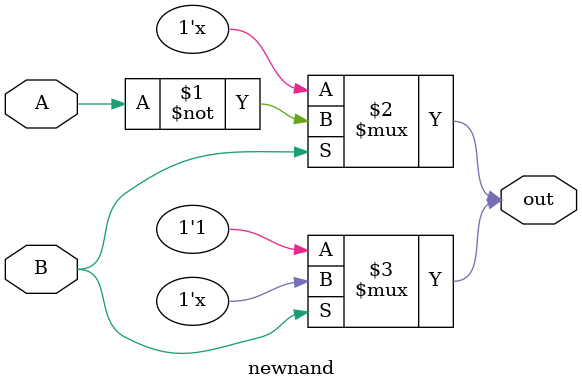
<source format=v>
`timescale 1ns / 1ps
module newnand( 
    input A,
    input B,
    output out
 );
	notif1 a1 (out,A,B);
	bufif0 b1 (out,1'b1,B); 
endmodule


</source>
